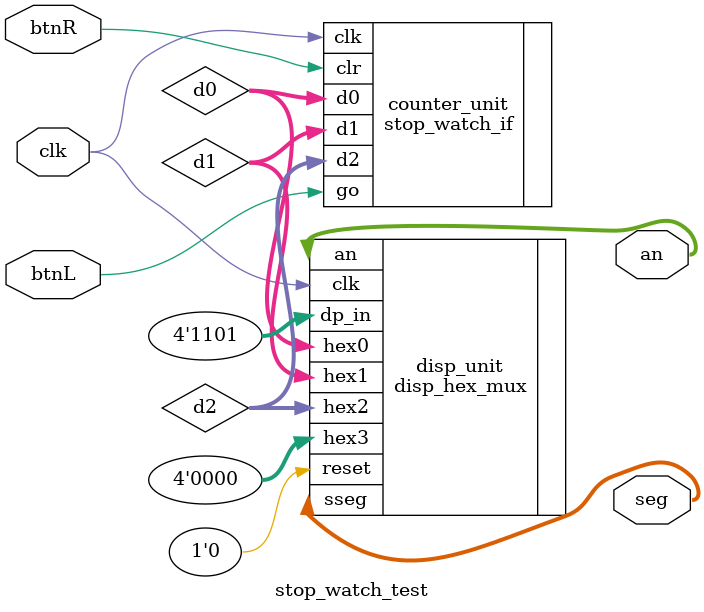
<source format=v>

module stop_watch_test
    (
    input  wire      clk,
    input  wire      btnR, btnL,
    output wire[3:0] an,
    output wire[7:0] seg
    );

    // signal declaration
    wire[3:0] d2, d1, d0;

    // instantiate 7-seg LED display module
    disp_hex_mux disp_unit
        (.clk(clk), .reset(1'b0),
         .hex3(4'b0), .hex2(d2), .hex1(d1), .hex0(d0),
         .dp_in(4'b1101), .an(an), .sseg(seg));

    // instatiate stopwatch
    stop_watch_if counter_unit
        (.clk(clk), .go(btnL), .clr(btnR),
         .d2(d2), .d1(d1), .d0(d0));

endmodule

</source>
